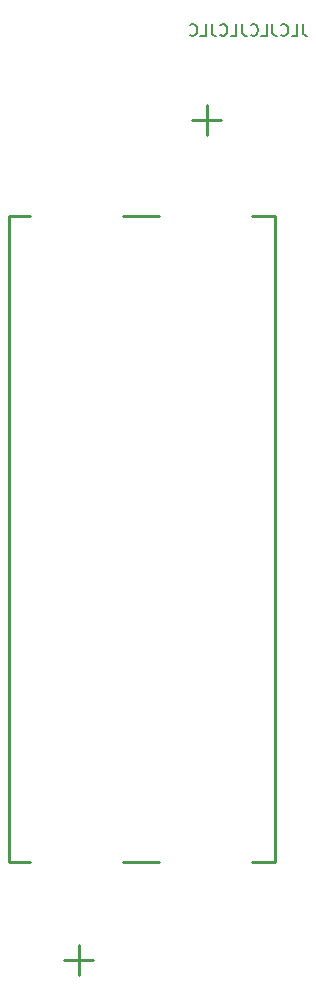
<source format=gbr>
%TF.GenerationSoftware,KiCad,Pcbnew,7.0.2*%
%TF.CreationDate,2023-05-10T22:13:46+02:00*%
%TF.ProjectId,ESPlant-Board,4553506c-616e-4742-9d42-6f6172642e6b,rev?*%
%TF.SameCoordinates,PX76c48e7PY1665c4c*%
%TF.FileFunction,Legend,Bot*%
%TF.FilePolarity,Positive*%
%FSLAX46Y46*%
G04 Gerber Fmt 4.6, Leading zero omitted, Abs format (unit mm)*
G04 Created by KiCad (PCBNEW 7.0.2) date 2023-05-10 22:13:46*
%MOMM*%
%LPD*%
G01*
G04 APERTURE LIST*
%ADD10C,0.150000*%
%ADD11C,0.254000*%
G04 APERTURE END LIST*
D10*
X28119127Y-692103D02*
X28119127Y-1406388D01*
X28119127Y-1406388D02*
X28166746Y-1549245D01*
X28166746Y-1549245D02*
X28261984Y-1644484D01*
X28261984Y-1644484D02*
X28404841Y-1692103D01*
X28404841Y-1692103D02*
X28500079Y-1692103D01*
X27166746Y-1692103D02*
X27642936Y-1692103D01*
X27642936Y-1692103D02*
X27642936Y-692103D01*
X26261984Y-1596864D02*
X26309603Y-1644484D01*
X26309603Y-1644484D02*
X26452460Y-1692103D01*
X26452460Y-1692103D02*
X26547698Y-1692103D01*
X26547698Y-1692103D02*
X26690555Y-1644484D01*
X26690555Y-1644484D02*
X26785793Y-1549245D01*
X26785793Y-1549245D02*
X26833412Y-1454007D01*
X26833412Y-1454007D02*
X26881031Y-1263531D01*
X26881031Y-1263531D02*
X26881031Y-1120674D01*
X26881031Y-1120674D02*
X26833412Y-930198D01*
X26833412Y-930198D02*
X26785793Y-834960D01*
X26785793Y-834960D02*
X26690555Y-739722D01*
X26690555Y-739722D02*
X26547698Y-692103D01*
X26547698Y-692103D02*
X26452460Y-692103D01*
X26452460Y-692103D02*
X26309603Y-739722D01*
X26309603Y-739722D02*
X26261984Y-787341D01*
X25547698Y-692103D02*
X25547698Y-1406388D01*
X25547698Y-1406388D02*
X25595317Y-1549245D01*
X25595317Y-1549245D02*
X25690555Y-1644484D01*
X25690555Y-1644484D02*
X25833412Y-1692103D01*
X25833412Y-1692103D02*
X25928650Y-1692103D01*
X24595317Y-1692103D02*
X25071507Y-1692103D01*
X25071507Y-1692103D02*
X25071507Y-692103D01*
X23690555Y-1596864D02*
X23738174Y-1644484D01*
X23738174Y-1644484D02*
X23881031Y-1692103D01*
X23881031Y-1692103D02*
X23976269Y-1692103D01*
X23976269Y-1692103D02*
X24119126Y-1644484D01*
X24119126Y-1644484D02*
X24214364Y-1549245D01*
X24214364Y-1549245D02*
X24261983Y-1454007D01*
X24261983Y-1454007D02*
X24309602Y-1263531D01*
X24309602Y-1263531D02*
X24309602Y-1120674D01*
X24309602Y-1120674D02*
X24261983Y-930198D01*
X24261983Y-930198D02*
X24214364Y-834960D01*
X24214364Y-834960D02*
X24119126Y-739722D01*
X24119126Y-739722D02*
X23976269Y-692103D01*
X23976269Y-692103D02*
X23881031Y-692103D01*
X23881031Y-692103D02*
X23738174Y-739722D01*
X23738174Y-739722D02*
X23690555Y-787341D01*
X22976269Y-692103D02*
X22976269Y-1406388D01*
X22976269Y-1406388D02*
X23023888Y-1549245D01*
X23023888Y-1549245D02*
X23119126Y-1644484D01*
X23119126Y-1644484D02*
X23261983Y-1692103D01*
X23261983Y-1692103D02*
X23357221Y-1692103D01*
X22023888Y-1692103D02*
X22500078Y-1692103D01*
X22500078Y-1692103D02*
X22500078Y-692103D01*
X21119126Y-1596864D02*
X21166745Y-1644484D01*
X21166745Y-1644484D02*
X21309602Y-1692103D01*
X21309602Y-1692103D02*
X21404840Y-1692103D01*
X21404840Y-1692103D02*
X21547697Y-1644484D01*
X21547697Y-1644484D02*
X21642935Y-1549245D01*
X21642935Y-1549245D02*
X21690554Y-1454007D01*
X21690554Y-1454007D02*
X21738173Y-1263531D01*
X21738173Y-1263531D02*
X21738173Y-1120674D01*
X21738173Y-1120674D02*
X21690554Y-930198D01*
X21690554Y-930198D02*
X21642935Y-834960D01*
X21642935Y-834960D02*
X21547697Y-739722D01*
X21547697Y-739722D02*
X21404840Y-692103D01*
X21404840Y-692103D02*
X21309602Y-692103D01*
X21309602Y-692103D02*
X21166745Y-739722D01*
X21166745Y-739722D02*
X21119126Y-787341D01*
X20404840Y-692103D02*
X20404840Y-1406388D01*
X20404840Y-1406388D02*
X20452459Y-1549245D01*
X20452459Y-1549245D02*
X20547697Y-1644484D01*
X20547697Y-1644484D02*
X20690554Y-1692103D01*
X20690554Y-1692103D02*
X20785792Y-1692103D01*
X19452459Y-1692103D02*
X19928649Y-1692103D01*
X19928649Y-1692103D02*
X19928649Y-692103D01*
X18547697Y-1596864D02*
X18595316Y-1644484D01*
X18595316Y-1644484D02*
X18738173Y-1692103D01*
X18738173Y-1692103D02*
X18833411Y-1692103D01*
X18833411Y-1692103D02*
X18976268Y-1644484D01*
X18976268Y-1644484D02*
X19071506Y-1549245D01*
X19071506Y-1549245D02*
X19119125Y-1454007D01*
X19119125Y-1454007D02*
X19166744Y-1263531D01*
X19166744Y-1263531D02*
X19166744Y-1120674D01*
X19166744Y-1120674D02*
X19119125Y-930198D01*
X19119125Y-930198D02*
X19071506Y-834960D01*
X19071506Y-834960D02*
X18976268Y-739722D01*
X18976268Y-739722D02*
X18833411Y-692103D01*
X18833411Y-692103D02*
X18738173Y-692103D01*
X18738173Y-692103D02*
X18595316Y-739722D01*
X18595316Y-739722D02*
X18547697Y-787341D01*
D11*
%TO.C,BT1*%
X7902435Y-79904971D02*
X10315440Y-79904971D01*
X9172438Y-78634968D02*
X9172438Y-81174973D01*
X12918937Y-71650048D02*
X15966937Y-71650048D01*
X3242937Y-71650048D02*
X5044937Y-71650048D01*
X25752691Y-71649007D02*
X25752691Y-20104684D01*
X23840937Y-71649007D02*
X25752691Y-71649007D01*
X3242937Y-44361021D02*
X3242937Y-71650048D01*
X3242937Y-44361021D02*
X3242937Y-16912939D01*
X25745985Y-20135341D02*
X25745985Y-16912939D01*
X15966937Y-16912968D02*
X12918937Y-16912968D01*
X5044937Y-16912968D02*
X3266940Y-16912939D01*
X25745985Y-16912939D02*
X23840937Y-16912968D01*
X18760934Y-8784965D02*
X21173939Y-8784965D01*
X20030937Y-7514963D02*
X20030937Y-10054968D01*
%TD*%
M02*

</source>
